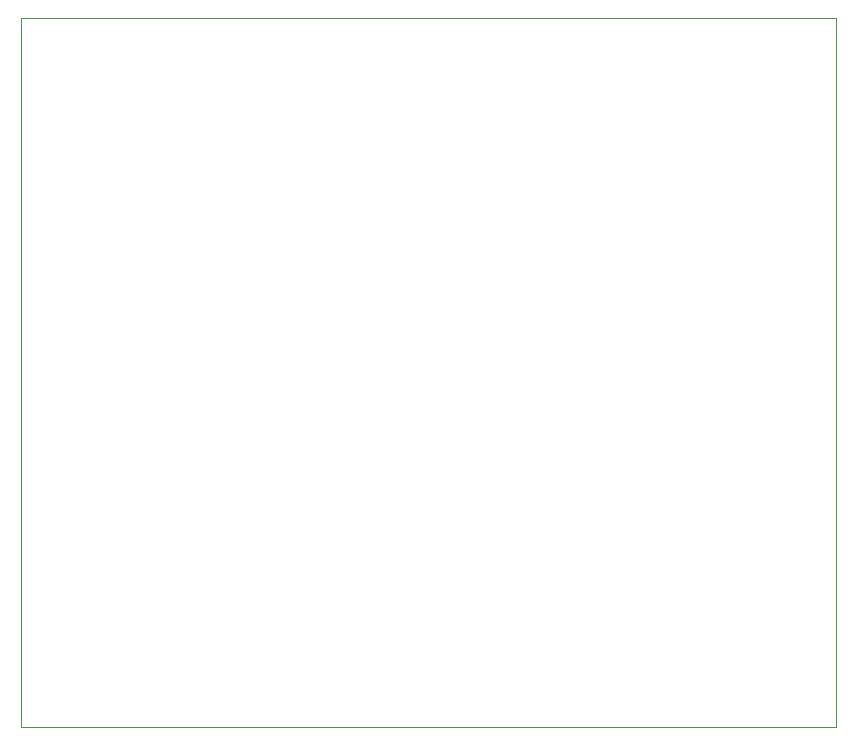
<source format=gm1>
G04 #@! TF.GenerationSoftware,KiCad,Pcbnew,(7.0.0)*
G04 #@! TF.CreationDate,2023-02-26T23:15:00-06:00*
G04 #@! TF.ProjectId,KosmoClockUI,4b6f736d-6f43-46c6-9f63-6b55492e6b69,rev?*
G04 #@! TF.SameCoordinates,Original*
G04 #@! TF.FileFunction,Profile,NP*
%FSLAX46Y46*%
G04 Gerber Fmt 4.6, Leading zero omitted, Abs format (unit mm)*
G04 Created by KiCad (PCBNEW (7.0.0)) date 2023-02-26 23:15:00*
%MOMM*%
%LPD*%
G01*
G04 APERTURE LIST*
G04 #@! TA.AperFunction,Profile*
%ADD10C,0.100000*%
G04 #@! TD*
G04 APERTURE END LIST*
D10*
X203000000Y-20000000D02*
X272000000Y-20000000D01*
X272000000Y-20000000D02*
X272000000Y-80000000D01*
X272000000Y-80000000D02*
X203000000Y-80000000D01*
X203000000Y-80000000D02*
X203000000Y-20000000D01*
M02*

</source>
